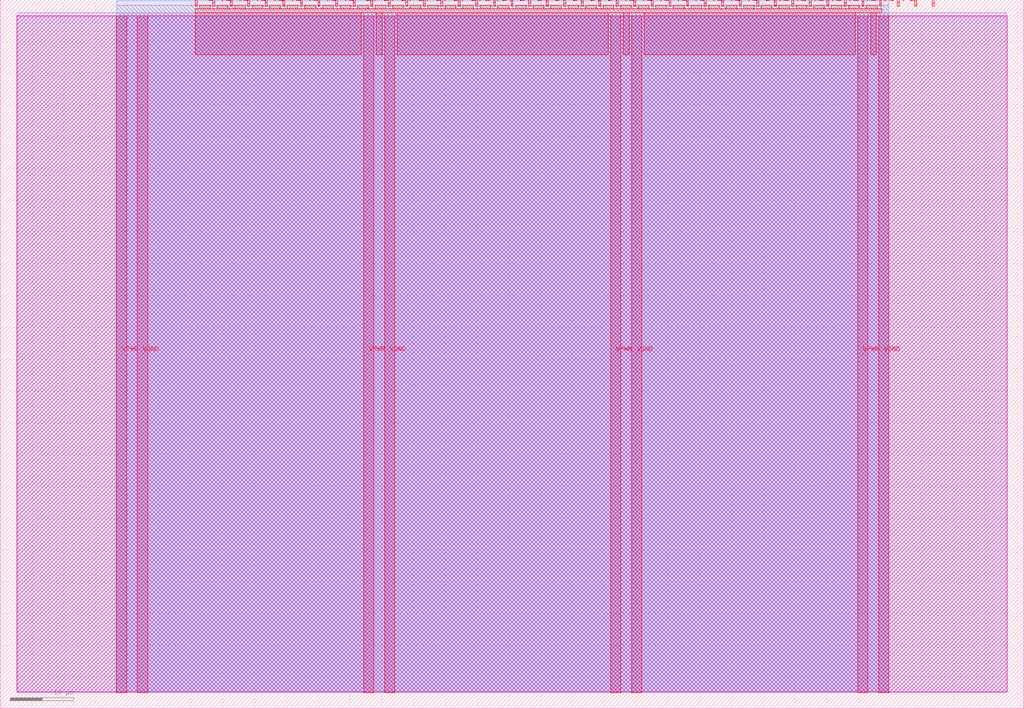
<source format=lef>
VERSION 5.7 ;
  NOWIREEXTENSIONATPIN ON ;
  DIVIDERCHAR "/" ;
  BUSBITCHARS "[]" ;
MACRO tt_um_wokwi_414120201832165377
  CLASS BLOCK ;
  FOREIGN tt_um_wokwi_414120201832165377 ;
  ORIGIN 0.000 0.000 ;
  SIZE 161.000 BY 111.520 ;
  PIN VGND
    DIRECTION INOUT ;
    USE GROUND ;
    PORT
      LAYER met4 ;
        RECT 21.580 2.480 23.180 109.040 ;
    END
    PORT
      LAYER met4 ;
        RECT 60.450 2.480 62.050 109.040 ;
    END
    PORT
      LAYER met4 ;
        RECT 99.320 2.480 100.920 109.040 ;
    END
    PORT
      LAYER met4 ;
        RECT 138.190 2.480 139.790 109.040 ;
    END
  END VGND
  PIN VPWR
    DIRECTION INOUT ;
    USE POWER ;
    PORT
      LAYER met4 ;
        RECT 18.280 2.480 19.880 109.040 ;
    END
    PORT
      LAYER met4 ;
        RECT 57.150 2.480 58.750 109.040 ;
    END
    PORT
      LAYER met4 ;
        RECT 96.020 2.480 97.620 109.040 ;
    END
    PORT
      LAYER met4 ;
        RECT 134.890 2.480 136.490 109.040 ;
    END
  END VPWR
  PIN clk
    DIRECTION INPUT ;
    USE SIGNAL ;
    PORT
      LAYER met4 ;
        RECT 143.830 110.520 144.130 111.520 ;
    END
  END clk
  PIN ena
    DIRECTION INPUT ;
    USE SIGNAL ;
    PORT
      LAYER met4 ;
        RECT 146.590 110.520 146.890 111.520 ;
    END
  END ena
  PIN rst_n
    DIRECTION INPUT ;
    USE SIGNAL ;
    PORT
      LAYER met4 ;
        RECT 141.070 110.520 141.370 111.520 ;
    END
  END rst_n
  PIN ui_in[0]
    DIRECTION INPUT ;
    USE SIGNAL ;
    ANTENNAGATEAREA 0.213000 ;
    PORT
      LAYER met4 ;
        RECT 138.310 110.520 138.610 111.520 ;
    END
  END ui_in[0]
  PIN ui_in[1]
    DIRECTION INPUT ;
    USE SIGNAL ;
    ANTENNAGATEAREA 0.196500 ;
    PORT
      LAYER met4 ;
        RECT 135.550 110.520 135.850 111.520 ;
    END
  END ui_in[1]
  PIN ui_in[2]
    DIRECTION INPUT ;
    USE SIGNAL ;
    ANTENNAGATEAREA 0.196500 ;
    PORT
      LAYER met4 ;
        RECT 132.790 110.520 133.090 111.520 ;
    END
  END ui_in[2]
  PIN ui_in[3]
    DIRECTION INPUT ;
    USE SIGNAL ;
    ANTENNAGATEAREA 0.159000 ;
    PORT
      LAYER met4 ;
        RECT 130.030 110.520 130.330 111.520 ;
    END
  END ui_in[3]
  PIN ui_in[4]
    DIRECTION INPUT ;
    USE SIGNAL ;
    ANTENNAGATEAREA 0.159000 ;
    PORT
      LAYER met4 ;
        RECT 127.270 110.520 127.570 111.520 ;
    END
  END ui_in[4]
  PIN ui_in[5]
    DIRECTION INPUT ;
    USE SIGNAL ;
    ANTENNAGATEAREA 0.159000 ;
    PORT
      LAYER met4 ;
        RECT 124.510 110.520 124.810 111.520 ;
    END
  END ui_in[5]
  PIN ui_in[6]
    DIRECTION INPUT ;
    USE SIGNAL ;
    ANTENNAGATEAREA 0.159000 ;
    PORT
      LAYER met4 ;
        RECT 121.750 110.520 122.050 111.520 ;
    END
  END ui_in[6]
  PIN ui_in[7]
    DIRECTION INPUT ;
    USE SIGNAL ;
    ANTENNAGATEAREA 0.159000 ;
    PORT
      LAYER met4 ;
        RECT 118.990 110.520 119.290 111.520 ;
    END
  END ui_in[7]
  PIN uio_in[0]
    DIRECTION INPUT ;
    USE SIGNAL ;
    PORT
      LAYER met4 ;
        RECT 116.230 110.520 116.530 111.520 ;
    END
  END uio_in[0]
  PIN uio_in[1]
    DIRECTION INPUT ;
    USE SIGNAL ;
    PORT
      LAYER met4 ;
        RECT 113.470 110.520 113.770 111.520 ;
    END
  END uio_in[1]
  PIN uio_in[2]
    DIRECTION INPUT ;
    USE SIGNAL ;
    PORT
      LAYER met4 ;
        RECT 110.710 110.520 111.010 111.520 ;
    END
  END uio_in[2]
  PIN uio_in[3]
    DIRECTION INPUT ;
    USE SIGNAL ;
    PORT
      LAYER met4 ;
        RECT 107.950 110.520 108.250 111.520 ;
    END
  END uio_in[3]
  PIN uio_in[4]
    DIRECTION INPUT ;
    USE SIGNAL ;
    PORT
      LAYER met4 ;
        RECT 105.190 110.520 105.490 111.520 ;
    END
  END uio_in[4]
  PIN uio_in[5]
    DIRECTION INPUT ;
    USE SIGNAL ;
    PORT
      LAYER met4 ;
        RECT 102.430 110.520 102.730 111.520 ;
    END
  END uio_in[5]
  PIN uio_in[6]
    DIRECTION INPUT ;
    USE SIGNAL ;
    PORT
      LAYER met4 ;
        RECT 99.670 110.520 99.970 111.520 ;
    END
  END uio_in[6]
  PIN uio_in[7]
    DIRECTION INPUT ;
    USE SIGNAL ;
    PORT
      LAYER met4 ;
        RECT 96.910 110.520 97.210 111.520 ;
    END
  END uio_in[7]
  PIN uio_oe[0]
    DIRECTION OUTPUT ;
    USE SIGNAL ;
    PORT
      LAYER met4 ;
        RECT 49.990 110.520 50.290 111.520 ;
    END
  END uio_oe[0]
  PIN uio_oe[1]
    DIRECTION OUTPUT ;
    USE SIGNAL ;
    PORT
      LAYER met4 ;
        RECT 47.230 110.520 47.530 111.520 ;
    END
  END uio_oe[1]
  PIN uio_oe[2]
    DIRECTION OUTPUT ;
    USE SIGNAL ;
    PORT
      LAYER met4 ;
        RECT 44.470 110.520 44.770 111.520 ;
    END
  END uio_oe[2]
  PIN uio_oe[3]
    DIRECTION OUTPUT ;
    USE SIGNAL ;
    PORT
      LAYER met4 ;
        RECT 41.710 110.520 42.010 111.520 ;
    END
  END uio_oe[3]
  PIN uio_oe[4]
    DIRECTION OUTPUT ;
    USE SIGNAL ;
    PORT
      LAYER met4 ;
        RECT 38.950 110.520 39.250 111.520 ;
    END
  END uio_oe[4]
  PIN uio_oe[5]
    DIRECTION OUTPUT ;
    USE SIGNAL ;
    PORT
      LAYER met4 ;
        RECT 36.190 110.520 36.490 111.520 ;
    END
  END uio_oe[5]
  PIN uio_oe[6]
    DIRECTION OUTPUT ;
    USE SIGNAL ;
    PORT
      LAYER met4 ;
        RECT 33.430 110.520 33.730 111.520 ;
    END
  END uio_oe[6]
  PIN uio_oe[7]
    DIRECTION OUTPUT ;
    USE SIGNAL ;
    PORT
      LAYER met4 ;
        RECT 30.670 110.520 30.970 111.520 ;
    END
  END uio_oe[7]
  PIN uio_out[0]
    DIRECTION OUTPUT ;
    USE SIGNAL ;
    PORT
      LAYER met4 ;
        RECT 72.070 110.520 72.370 111.520 ;
    END
  END uio_out[0]
  PIN uio_out[1]
    DIRECTION OUTPUT ;
    USE SIGNAL ;
    PORT
      LAYER met4 ;
        RECT 69.310 110.520 69.610 111.520 ;
    END
  END uio_out[1]
  PIN uio_out[2]
    DIRECTION OUTPUT ;
    USE SIGNAL ;
    PORT
      LAYER met4 ;
        RECT 66.550 110.520 66.850 111.520 ;
    END
  END uio_out[2]
  PIN uio_out[3]
    DIRECTION OUTPUT ;
    USE SIGNAL ;
    PORT
      LAYER met4 ;
        RECT 63.790 110.520 64.090 111.520 ;
    END
  END uio_out[3]
  PIN uio_out[4]
    DIRECTION OUTPUT ;
    USE SIGNAL ;
    PORT
      LAYER met4 ;
        RECT 61.030 110.520 61.330 111.520 ;
    END
  END uio_out[4]
  PIN uio_out[5]
    DIRECTION OUTPUT ;
    USE SIGNAL ;
    PORT
      LAYER met4 ;
        RECT 58.270 110.520 58.570 111.520 ;
    END
  END uio_out[5]
  PIN uio_out[6]
    DIRECTION OUTPUT ;
    USE SIGNAL ;
    PORT
      LAYER met4 ;
        RECT 55.510 110.520 55.810 111.520 ;
    END
  END uio_out[6]
  PIN uio_out[7]
    DIRECTION OUTPUT ;
    USE SIGNAL ;
    PORT
      LAYER met4 ;
        RECT 52.750 110.520 53.050 111.520 ;
    END
  END uio_out[7]
  PIN uo_out[0]
    DIRECTION OUTPUT ;
    USE SIGNAL ;
    ANTENNADIFFAREA 0.795200 ;
    PORT
      LAYER met4 ;
        RECT 94.150 110.520 94.450 111.520 ;
    END
  END uo_out[0]
  PIN uo_out[1]
    DIRECTION OUTPUT ;
    USE SIGNAL ;
    ANTENNADIFFAREA 0.795200 ;
    PORT
      LAYER met4 ;
        RECT 91.390 110.520 91.690 111.520 ;
    END
  END uo_out[1]
  PIN uo_out[2]
    DIRECTION OUTPUT ;
    USE SIGNAL ;
    ANTENNADIFFAREA 0.445500 ;
    PORT
      LAYER met4 ;
        RECT 88.630 110.520 88.930 111.520 ;
    END
  END uo_out[2]
  PIN uo_out[3]
    DIRECTION OUTPUT ;
    USE SIGNAL ;
    ANTENNADIFFAREA 0.445500 ;
    PORT
      LAYER met4 ;
        RECT 85.870 110.520 86.170 111.520 ;
    END
  END uo_out[3]
  PIN uo_out[4]
    DIRECTION OUTPUT ;
    USE SIGNAL ;
    ANTENNADIFFAREA 0.445500 ;
    PORT
      LAYER met4 ;
        RECT 83.110 110.520 83.410 111.520 ;
    END
  END uo_out[4]
  PIN uo_out[5]
    DIRECTION OUTPUT ;
    USE SIGNAL ;
    ANTENNADIFFAREA 0.445500 ;
    PORT
      LAYER met4 ;
        RECT 80.350 110.520 80.650 111.520 ;
    END
  END uo_out[5]
  PIN uo_out[6]
    DIRECTION OUTPUT ;
    USE SIGNAL ;
    ANTENNADIFFAREA 0.445500 ;
    PORT
      LAYER met4 ;
        RECT 77.590 110.520 77.890 111.520 ;
    END
  END uo_out[6]
  PIN uo_out[7]
    DIRECTION OUTPUT ;
    USE SIGNAL ;
    ANTENNADIFFAREA 0.445500 ;
    PORT
      LAYER met4 ;
        RECT 74.830 110.520 75.130 111.520 ;
    END
  END uo_out[7]
  OBS
      LAYER nwell ;
        RECT 2.570 2.635 158.430 108.990 ;
      LAYER li1 ;
        RECT 2.760 2.635 158.240 108.885 ;
      LAYER met1 ;
        RECT 2.760 2.480 158.240 109.440 ;
      LAYER met2 ;
        RECT 18.310 2.535 139.760 110.685 ;
      LAYER met3 ;
        RECT 18.290 2.555 139.780 111.330 ;
      LAYER met4 ;
        RECT 31.370 110.120 33.030 110.665 ;
        RECT 34.130 110.120 35.790 110.665 ;
        RECT 36.890 110.120 38.550 110.665 ;
        RECT 39.650 110.120 41.310 110.665 ;
        RECT 42.410 110.120 44.070 110.665 ;
        RECT 45.170 110.120 46.830 110.665 ;
        RECT 47.930 110.120 49.590 110.665 ;
        RECT 50.690 110.120 52.350 110.665 ;
        RECT 53.450 110.120 55.110 110.665 ;
        RECT 56.210 110.120 57.870 110.665 ;
        RECT 58.970 110.120 60.630 110.665 ;
        RECT 61.730 110.120 63.390 110.665 ;
        RECT 64.490 110.120 66.150 110.665 ;
        RECT 67.250 110.120 68.910 110.665 ;
        RECT 70.010 110.120 71.670 110.665 ;
        RECT 72.770 110.120 74.430 110.665 ;
        RECT 75.530 110.120 77.190 110.665 ;
        RECT 78.290 110.120 79.950 110.665 ;
        RECT 81.050 110.120 82.710 110.665 ;
        RECT 83.810 110.120 85.470 110.665 ;
        RECT 86.570 110.120 88.230 110.665 ;
        RECT 89.330 110.120 90.990 110.665 ;
        RECT 92.090 110.120 93.750 110.665 ;
        RECT 94.850 110.120 96.510 110.665 ;
        RECT 97.610 110.120 99.270 110.665 ;
        RECT 100.370 110.120 102.030 110.665 ;
        RECT 103.130 110.120 104.790 110.665 ;
        RECT 105.890 110.120 107.550 110.665 ;
        RECT 108.650 110.120 110.310 110.665 ;
        RECT 111.410 110.120 113.070 110.665 ;
        RECT 114.170 110.120 115.830 110.665 ;
        RECT 116.930 110.120 118.590 110.665 ;
        RECT 119.690 110.120 121.350 110.665 ;
        RECT 122.450 110.120 124.110 110.665 ;
        RECT 125.210 110.120 126.870 110.665 ;
        RECT 127.970 110.120 129.630 110.665 ;
        RECT 130.730 110.120 132.390 110.665 ;
        RECT 133.490 110.120 135.150 110.665 ;
        RECT 136.250 110.120 137.910 110.665 ;
        RECT 30.655 109.440 138.625 110.120 ;
        RECT 30.655 102.855 56.750 109.440 ;
        RECT 59.150 102.855 60.050 109.440 ;
        RECT 62.450 102.855 95.620 109.440 ;
        RECT 98.020 102.855 98.920 109.440 ;
        RECT 101.320 102.855 134.490 109.440 ;
        RECT 136.890 102.855 137.790 109.440 ;
  END
END tt_um_wokwi_414120201832165377
END LIBRARY


</source>
